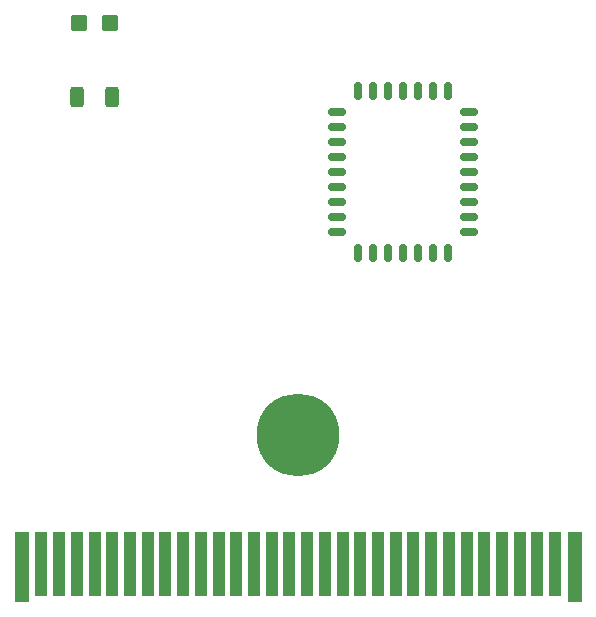
<source format=gbr>
%TF.GenerationSoftware,KiCad,Pcbnew,(6.0.6)*%
%TF.CreationDate,2022-10-29T15:41:58-04:00*%
%TF.ProjectId,isaacCart,69736161-6343-4617-9274-2e6b69636164,rev?*%
%TF.SameCoordinates,Original*%
%TF.FileFunction,Soldermask,Top*%
%TF.FilePolarity,Negative*%
%FSLAX46Y46*%
G04 Gerber Fmt 4.6, Leading zero omitted, Abs format (unit mm)*
G04 Created by KiCad (PCBNEW (6.0.6)) date 2022-10-29 15:41:58*
%MOMM*%
%LPD*%
G01*
G04 APERTURE LIST*
G04 Aperture macros list*
%AMRoundRect*
0 Rectangle with rounded corners*
0 $1 Rounding radius*
0 $2 $3 $4 $5 $6 $7 $8 $9 X,Y pos of 4 corners*
0 Add a 4 corners polygon primitive as box body*
4,1,4,$2,$3,$4,$5,$6,$7,$8,$9,$2,$3,0*
0 Add four circle primitives for the rounded corners*
1,1,$1+$1,$2,$3*
1,1,$1+$1,$4,$5*
1,1,$1+$1,$6,$7*
1,1,$1+$1,$8,$9*
0 Add four rect primitives between the rounded corners*
20,1,$1+$1,$2,$3,$4,$5,0*
20,1,$1+$1,$4,$5,$6,$7,0*
20,1,$1+$1,$6,$7,$8,$9,0*
20,1,$1+$1,$8,$9,$2,$3,0*%
G04 Aperture macros list end*
%ADD10C,7.000000*%
%ADD11RoundRect,0.250000X0.312500X0.625000X-0.312500X0.625000X-0.312500X-0.625000X0.312500X-0.625000X0*%
%ADD12R,1.300000X6.000000*%
%ADD13R,1.000000X5.500000*%
%ADD14RoundRect,0.250000X-0.450000X-0.425000X0.450000X-0.425000X0.450000X0.425000X-0.450000X0.425000X0*%
%ADD15RoundRect,0.150000X-0.150000X-0.587500X0.150000X-0.587500X0.150000X0.587500X-0.150000X0.587500X0*%
%ADD16RoundRect,0.150000X-0.587500X-0.150000X0.587500X-0.150000X0.587500X0.150000X-0.587500X0.150000X0*%
G04 APERTURE END LIST*
D10*
%TO.C,H1*%
X128691240Y-123993407D03*
%TD*%
D11*
%TO.C,R1*%
X112902500Y-95370000D03*
X109977500Y-95370000D03*
%TD*%
D12*
%TO.C,J1*%
X105291240Y-135183407D03*
D13*
X106941240Y-134933407D03*
X108441240Y-134933407D03*
X109941240Y-134933407D03*
X111441240Y-134933407D03*
X112941240Y-134933407D03*
X114441240Y-134933407D03*
X115941240Y-134933407D03*
X117441240Y-134933407D03*
X118941240Y-134933407D03*
X120441240Y-134933407D03*
X121941240Y-134933407D03*
X123441240Y-134933407D03*
X124941240Y-134933407D03*
X126441240Y-134933407D03*
X127941240Y-134933407D03*
X129441240Y-134933407D03*
X130941240Y-134933407D03*
X132441240Y-134933407D03*
X133941240Y-134933407D03*
X135441240Y-134933407D03*
X136941240Y-134933407D03*
X138441240Y-134933407D03*
X139941240Y-134933407D03*
X141441240Y-134933407D03*
X142941240Y-134933407D03*
X144441240Y-134933407D03*
X145941240Y-134933407D03*
X147441240Y-134933407D03*
X148941240Y-134933407D03*
X150441240Y-134933407D03*
D12*
X152091240Y-135183407D03*
%TD*%
D14*
%TO.C,C1*%
X110090000Y-89120000D03*
X112790000Y-89120000D03*
%TD*%
D15*
%TO.C,U1*%
X137565000Y-94907500D03*
X136295000Y-94907500D03*
X135025000Y-94907500D03*
X133755000Y-94907500D03*
D16*
X132002500Y-96665000D03*
X132002500Y-97935000D03*
X132002500Y-99205000D03*
X132002500Y-100475000D03*
X132002500Y-101745000D03*
X132002500Y-103015000D03*
X132002500Y-104285000D03*
X132002500Y-105555000D03*
X132002500Y-106825000D03*
D15*
X133755000Y-108582500D03*
X135025000Y-108582500D03*
X136295000Y-108582500D03*
X137565000Y-108582500D03*
X138835000Y-108582500D03*
X140105000Y-108582500D03*
X141375000Y-108582500D03*
D16*
X143127500Y-106825000D03*
X143127500Y-105555000D03*
X143127500Y-104285000D03*
X143127500Y-103015000D03*
X143127500Y-101745000D03*
X143127500Y-100475000D03*
X143127500Y-99205000D03*
X143127500Y-97935000D03*
X143127500Y-96665000D03*
D15*
X141375000Y-94907500D03*
X140105000Y-94907500D03*
X138835000Y-94907500D03*
%TD*%
M02*

</source>
